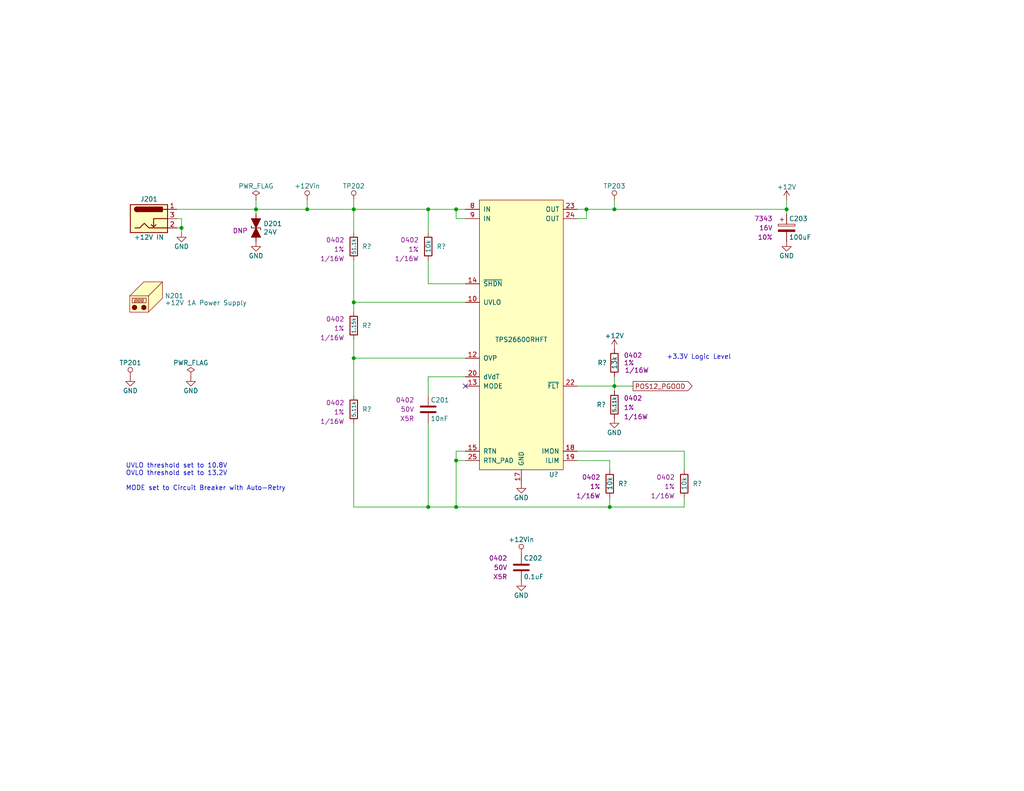
<source format=kicad_sch>
(kicad_sch (version 20230121) (generator eeschema)
  (paper "A")
  (title_block (title "Stopwatch") (date "2024-01-11") (rev "A") (company "Drew Maatman"))
  (lib_symbols
    (symbol "Connector:Barrel_Jack_Switch" (pin_names hide)
      (property "Reference" "J" (at 0 5.334 0))
      (property "Value" "Barrel_Jack_Switch" (at 0 -5.08 0))
      (symbol "Barrel_Jack_Switch_0_1"
        (rectangle (start -5.08 3.81) (end 5.08 -3.81) (stroke (width 0.254)) (fill (type background)))
        (arc (start -3.302 3.175) (mid -3.9343 2.54) (end -3.302 1.905) (stroke (width 0.254)))
        (arc (start -3.302 3.175) (mid -3.9343 2.54) (end -3.302 1.905) (stroke (width 0.254)) (fill (type outline)))
        (polyline (pts (xy 1.27 -2.286) (xy 1.905 -1.651)) (stroke (width 0.254)))
        (polyline (pts (xy 5.08 2.54) (xy 3.81 2.54)) (stroke (width 0.254)))
        (polyline (pts (xy 5.08 0) (xy 1.27 0) (xy 1.27 -2.286) (xy 0.635 -1.651)) (stroke (width 0.254)))
        (polyline (pts (xy -3.81 -2.54) (xy -2.54 -2.54) (xy -1.27 -1.27) (xy 0 -2.54) (xy 2.54 -2.54) (xy 5.08 -2.54)) (stroke (width 0.254)))
        (rectangle (start 3.683 3.175) (end -3.302 1.905) (stroke (width 0.254)) (fill (type outline)))
      )
      (symbol "Barrel_Jack_Switch_1_1"
        (pin passive line (at 7.62 2.54 180) (length 2.54) (name "~") (number "1"))
        (pin passive line (at 7.62 -2.54 180) (length 2.54) (name "~") (number "2"))
        (pin passive line (at 7.62 0 180) (length 2.54) (name "~") (number "3"))
      )
    )
    (symbol "Custom_Library:+12Vin" (power) (pin_names (offset 0))
      (property "Value" "+12Vin" (at 0 3.81 0))
      (symbol "+12Vin_0_1"
        (polyline (pts (xy 0 0) (xy 0 1.27)))
        (circle (center 0 1.905) (radius 0.635))
      )
      (symbol "+12Vin_1_1"
        (pin power_in line (at 0 0 90) (length 0) hide (name "+12Vin") (number "1"))
      )
    )
    (symbol "Custom_Library:CP_Tant_Custom" (pin_numbers hide) (pin_names (offset 0.254))
      (property "Reference" "C" (at 0.635 2.54 0))
      (property "Value" "CP_Tant_Custom" (at 0.635 -2.54 0))
      (property "display_footprint" "Foot" (at -3.81 2.54 0))
      (property "Voltage" "V" (at -3.81 0 0))
      (property "Tolerance" "Tol" (at -3.81 -2.54 0))
      (symbol "CP_Tant_Custom_0_1"
        (rectangle (start -2.286 0.508) (end -2.286 1.016))
        (rectangle (start -2.286 0.508) (end 2.286 0.508))
        (polyline (pts (xy -1.778 2.286) (xy -0.762 2.286)))
        (polyline (pts (xy -1.27 2.794) (xy -1.27 1.778)))
        (rectangle (start 2.286 -0.508) (end -2.286 -1.016) (fill (type outline)))
        (rectangle (start 2.286 1.016) (end -2.286 1.016))
        (rectangle (start 2.286 1.016) (end 2.286 0.508))
      )
      (symbol "CP_Tant_Custom_1_1"
        (pin passive line (at 0 3.81 270) (length 2.794) (name "~") (number "1"))
        (pin passive line (at 0 -3.81 90) (length 2.794) (name "~") (number "2"))
      )
    )
    (symbol "Custom_Library:C_Custom" (pin_numbers hide) (pin_names (offset 0.254))
      (property "Reference" "C" (at 0.635 2.54 0))
      (property "Value" "C_Custom" (at 0.635 -2.54 0))
      (property "display_footprint" "Foot" (at -3.81 2.54 0))
      (property "Voltage" "V" (at -3.81 0 0))
      (property "Dielectric" "Er" (at -3.81 -2.54 0))
      (symbol "C_Custom_0_1"
        (polyline (pts (xy -2.032 -0.762) (xy 2.032 -0.762)) (stroke (width 0.508)))
        (polyline (pts (xy -2.032 0.762) (xy 2.032 0.762)) (stroke (width 0.508)))
      )
      (symbol "C_Custom_1_1"
        (pin passive line (at 0 3.81 270) (length 2.794) (name "~") (number "1"))
        (pin passive line (at 0 -3.81 90) (length 2.794) (name "~") (number "2"))
      )
    )
    (symbol "Custom_Library:R_Custom" (pin_numbers hide) (pin_names (offset 1.016) hide)
      (property "Reference" "R" (at -2.54 0 90))
      (property "Value" "R_Custom" (at 0 0 90))
      (property "display_footprint" "Foot" (at 2.54 0 90))
      (property "Tolerance" "Tol" (at 5.08 0 90))
      (property "Wattage" "W" (at 7.62 0 90))
      (symbol "R_Custom_0_1"
        (rectangle (start 1.016 2.54) (end -1.016 -2.54) (stroke (width 0.254)))
      )
      (symbol "R_Custom_1_1"
        (pin passive line (at 0 3.81 270) (length 1.27) (name "1") (number "1"))
        (pin passive line (at 0 -3.81 90) (length 1.27) (name "2") (number "2"))
      )
    )
    (symbol "Custom_Library:TP" (pin_numbers hide) (pin_names (offset 0) hide)
      (property "Reference" "TP" (at 0 3.81 0))
      (symbol "TP_0_1"
        (polyline (pts (xy 0 0) (xy 0 1.27)))
        (circle (center 0 1.905) (radius 0.635))
      )
      (symbol "TP_1_1"
        (pin passive line (at 0 0 90) (length 0) (name "TP") (number "1"))
      )
    )
    (symbol "Custom_Library:TP_Pad" (pin_numbers hide) (pin_names (offset 0) hide)
      (property "Reference" "TP" (at 0 3.81 0))
      (symbol "TP_Pad_0_1"
        (polyline (pts (xy 0 0) (xy 0 1.27)))
        (circle (center 0 1.905) (radius 0.635))
      )
      (symbol "TP_Pad_1_1"
        (pin passive line (at 0 0 90) (length 0) (name "TP") (number "1"))
      )
    )
    (symbol "Incrementor-rescue:D_TVS_ALT-Device" (pin_numbers hide) (pin_names (offset 1.016) hide)
      (property "Reference" "D" (at 0 2.54 0))
      (property "Value" "Device_D_TVS_ALT" (at 0 -2.54 0))
      (symbol "D_TVS_ALT-Device_0_1"
        (polyline (pts (xy 1.27 0) (xy -1.27 0)))
        (polyline (pts (xy -2.54 -1.27) (xy 0 0) (xy -2.54 1.27) (xy -2.54 -1.27)) (stroke (width 0.2032)) (fill (type outline)))
        (polyline (pts (xy 0.508 1.27) (xy 0 1.27) (xy 0 -1.27) (xy -0.508 -1.27)) (stroke (width 0.2032)))
        (polyline (pts (xy 2.54 1.27) (xy 2.54 -1.27) (xy 0 0) (xy 2.54 1.27)) (stroke (width 0.2032)) (fill (type outline)))
      )
      (symbol "D_TVS_ALT-Device_1_1"
        (pin passive line (at -3.81 0 0) (length 2.54) (name "A1") (number "1"))
        (pin passive line (at 3.81 0 180) (length 2.54) (name "A2") (number "2"))
      )
    )
    (symbol "Incrementor-rescue:TPS26600RHFT-Custom_Library" (pin_names (offset 1.016))
      (property "Reference" "U" (at 10.16 -36.83 0))
      (property "Value" "Custom_Library_TPS26600RHFT" (at 0 0 0))
      (symbol "TPS26600RHFT-Custom_Library_0_1"
        (rectangle (start -11.43 38.1) (end 11.43 -35.56) (fill (type background)))
      )
      (symbol "TPS26600RHFT-Custom_Library_1_1"
        (pin no_connect line (at 15.24 -16.51 180) (length 3.81) hide (name "NC") (number "1"))
        (pin passive line (at -15.24 10.16 0) (length 3.81) (name "UVLO") (number "10"))
        (pin no_connect line (at 15.24 -25.4 180) (length 3.81) hide (name "NC") (number "11"))
        (pin no_connect line (at 15.24 -27.94 180) (length 3.81) hide (name "NC") (number "12"))
        (pin passive line (at -15.24 -5.08 0) (length 3.81) (name "OVP") (number "12"))
        (pin passive line (at -15.24 -12.7 0) (length 3.81) (name "MODE") (number "13"))
        (pin input line (at -15.24 15.24 0) (length 3.81) (name "~{SHDN}") (number "14"))
        (pin passive line (at -15.24 -30.48 0) (length 3.81) (name "RTN") (number "15"))
        (pin no_connect line (at 15.24 -26.67 180) (length 3.81) hide (name "NC") (number "16"))
        (pin power_in line (at 0 -39.37 90) (length 3.81) (name "GND") (number "17"))
        (pin passive line (at 15.24 -30.48 180) (length 3.81) (name "IMON") (number "18"))
        (pin passive line (at 15.24 -33.02 180) (length 3.81) (name "ILIM") (number "19"))
        (pin no_connect line (at 15.24 -17.78 180) (length 3.81) hide (name "NC") (number "2"))
        (pin passive line (at -15.24 -10.16 0) (length 3.81) (name "dVdT") (number "20"))
        (pin open_collector line (at 15.24 -12.7 180) (length 3.81) (name "~{FLT}") (number "22"))
        (pin power_out line (at 15.24 35.56 180) (length 3.81) (name "OUT") (number "23"))
        (pin power_out line (at 15.24 33.02 180) (length 3.81) (name "OUT") (number "24"))
        (pin passive line (at -15.24 -33.02 0) (length 3.81) (name "RTN_PAD") (number "25"))
        (pin no_connect line (at 15.24 -19.05 180) (length 3.81) hide (name "NC") (number "3"))
        (pin no_connect line (at 15.24 -21.59 180) (length 3.81) hide (name "NC") (number "4"))
        (pin no_connect line (at 15.24 -20.32 180) (length 3.81) hide (name "NC") (number "5"))
        (pin no_connect line (at 15.24 -22.86 180) (length 3.81) hide (name "NC") (number "6"))
        (pin no_connect line (at 15.24 -24.13 180) (length 3.81) hide (name "NC") (number "7"))
        (pin power_in line (at -15.24 35.56 0) (length 3.81) (name "IN") (number "8"))
        (pin power_in line (at -15.24 33.02 0) (length 3.81) (name "IN") (number "9"))
      )
    )
    (symbol "Mechanical:Housing" (pin_names (offset 1.016))
      (property "Reference" "N" (at 3.81 0 0))
      (property "Value" "Housing" (at 3.81 -1.905 0))
      (symbol "Housing_0_1"
        (rectangle (start -5.08 -0.635) (end -1.27 -1.905))
        (circle (center -4.445 -3.175) (radius 0.635) (fill (type outline)))
        (circle (center -1.905 -3.175) (radius 0.635) (fill (type outline)))
        (polyline (pts (xy -4.5212 -1.5748) (xy -4.4704 -1.3716)))
        (polyline (pts (xy -4.4196 -1.6764) (xy -4.064 -1.6764)))
        (polyline (pts (xy -4.4196 -1.2192) (xy -4.3688 -0.9652)))
        (polyline (pts (xy -4.318 -1.3208) (xy -4.0132 -1.3208)))
        (polyline (pts (xy -4.2164 -0.9144) (xy -3.9116 -0.9144)))
        (polyline (pts (xy -3.9116 -1.6256) (xy -3.8608 -1.3716)))
        (polyline (pts (xy -3.81 -1.2192) (xy -3.7592 -0.9652)))
        (polyline (pts (xy -3.6068 -1.5748) (xy -3.556 -1.3716)))
        (polyline (pts (xy -3.5052 -1.6764) (xy -3.1496 -1.6764)))
        (polyline (pts (xy -3.5052 -1.2192) (xy -3.4544 -0.9652)))
        (polyline (pts (xy -3.4036 -1.3208) (xy -3.0988 -1.3208)))
        (polyline (pts (xy -3.302 -0.9144) (xy -2.9972 -0.9144)))
        (polyline (pts (xy -2.9972 -1.6256) (xy -2.9464 -1.3716)))
        (polyline (pts (xy -2.8956 -1.2192) (xy -2.8448 -0.9652)))
        (polyline (pts (xy -2.6924 -1.5748) (xy -2.6416 -1.3716)))
        (polyline (pts (xy -2.5908 -1.6764) (xy -2.2352 -1.6764)))
        (polyline (pts (xy -2.5908 -1.2192) (xy -2.54 -0.9652)))
        (polyline (pts (xy -2.4892 -1.3208) (xy -2.1844 -1.3208)))
        (polyline (pts (xy -2.3876 -0.9144) (xy -2.0828 -0.9144)))
        (polyline (pts (xy -2.0828 -1.6256) (xy -2.032 -1.3716)))
        (polyline (pts (xy -1.9812 -1.2192) (xy -1.9304 -0.9652)))
        (polyline (pts (xy -0.635 0) (xy -0.635 -4.445)))
        (polyline (pts (xy -5.715 0) (xy -0.635 0) (xy 3.175 3.81)))
        (polyline (pts (xy -5.715 0) (xy -5.715 -4.445) (xy -0.635 -4.445) (xy 3.175 -0.635) (xy 3.175 3.81) (xy -1.905 3.81) (xy -5.715 0)) (fill (type background)))
      )
    )
    (symbol "power:+12V" (power) (pin_names (offset 0))
      (property "Value" "+12V" (at 0 3.556 0))
      (symbol "+12V_0_1"
        (polyline (pts (xy -0.762 1.27) (xy 0 2.54)))
        (polyline (pts (xy 0 0) (xy 0 2.54)))
        (polyline (pts (xy 0 2.54) (xy 0.762 1.27)))
      )
      (symbol "+12V_1_1"
        (pin power_in line (at 0 0 90) (length 0) hide (name "+12V") (number "1"))
      )
    )
    (symbol "power:GND" (power) (pin_names (offset 0))
      (property "Value" "GND" (at 0 -3.81 0))
      (symbol "GND_0_1"
        (polyline (pts (xy 0 0) (xy 0 -1.27) (xy 1.27 -1.27) (xy 0 -2.54) (xy -1.27 -1.27) (xy 0 -1.27)))
      )
      (symbol "GND_1_1"
        (pin power_in line (at 0 0 270) (length 0) hide (name "GND") (number "1"))
      )
    )
    (symbol "power:PWR_FLAG" (power) (pin_numbers hide) (pin_names (offset 0) hide)
      (property "Value" "PWR_FLAG" (at 0 3.81 0))
      (symbol "PWR_FLAG_0_0"
        (pin power_out line (at 0 0 90) (length 0) (name "pwr") (number "1"))
      )
      (symbol "PWR_FLAG_0_1"
        (polyline (pts (xy 0 0) (xy 0 1.27) (xy -1.016 1.905) (xy 0 2.54) (xy 1.016 1.905) (xy 0 1.27)))
      )
    )
  )
  (junction (at 160.02 57.15))
  (junction (at 124.46 57.15))
  (junction (at 96.52 97.79))
  (junction (at 83.82 57.15))
  (junction (at 116.84 138.43))
  (junction (at 167.64 57.15))
  (junction (at 96.52 57.15))
  (junction (at 49.53 62.23))
  (junction (at 167.64 105.41))
  (junction (at 96.52 82.55))
  (junction (at 124.46 125.73))
  (junction (at 166.37 138.43))
  (junction (at 214.63 57.15))
  (junction (at 69.85 57.15))
  (junction (at 116.84 57.15))
  (junction (at 124.46 138.43))
  (no_connect (at 127 105.41))
  (wire (pts (xy 124.46 123.19) (xy 124.46 125.73)))
  (wire (pts (xy 127 82.55) (xy 96.52 82.55)))
  (wire (pts (xy 49.53 63.5) (xy 49.53 62.23)))
  (wire (pts (xy 124.46 125.73) (xy 127 125.73)))
  (wire (pts (xy 96.52 57.15) (xy 83.82 57.15)))
  (wire (pts (xy 96.52 71.12) (xy 96.52 82.55)))
  (wire (pts (xy 127 59.69) (xy 124.46 59.69)))
  (wire (pts (xy 186.69 135.89) (xy 186.69 138.43)))
  (wire (pts (xy 116.84 77.47) (xy 116.84 71.12)))
  (wire (pts (xy 127 123.19) (xy 124.46 123.19)))
  (wire (pts (xy 69.85 54.61) (xy 69.85 57.15)))
  (wire (pts (xy 124.46 57.15) (xy 116.84 57.15)))
  (wire (pts (xy 160.02 57.15) (xy 157.48 57.15)))
  (wire (pts (xy 186.69 128.27) (xy 186.69 123.19)))
  (wire (pts (xy 69.85 58.42) (xy 69.85 57.15)))
  (wire (pts (xy 167.64 106.68) (xy 167.64 105.41)))
  (wire (pts (xy 96.52 82.55) (xy 96.52 85.09)))
  (wire (pts (xy 49.53 62.23) (xy 48.26 62.23)))
  (wire (pts (xy 116.84 102.87) (xy 127 102.87)))
  (wire (pts (xy 49.53 62.23) (xy 49.53 59.69)))
  (wire (pts (xy 83.82 57.15) (xy 69.85 57.15)))
  (wire (pts (xy 96.52 63.5) (xy 96.52 57.15)))
  (wire (pts (xy 186.69 123.19) (xy 157.48 123.19)))
  (wire (pts (xy 166.37 138.43) (xy 124.46 138.43)))
  (wire (pts (xy 186.69 138.43) (xy 166.37 138.43)))
  (wire (pts (xy 127 97.79) (xy 96.52 97.79)))
  (wire (pts (xy 116.84 115.57) (xy 116.84 138.43)))
  (wire (pts (xy 116.84 63.5) (xy 116.84 57.15)))
  (wire (pts (xy 96.52 115.57) (xy 96.52 138.43)))
  (wire (pts (xy 127 77.47) (xy 116.84 77.47)))
  (wire (pts (xy 83.82 54.61) (xy 83.82 57.15)))
  (wire (pts (xy 96.52 138.43) (xy 116.84 138.43)))
  (wire (pts (xy 167.64 54.61) (xy 167.64 57.15)))
  (wire (pts (xy 167.64 57.15) (xy 214.63 57.15)))
  (wire (pts (xy 214.63 54.61) (xy 214.63 57.15)))
  (wire (pts (xy 157.48 59.69) (xy 160.02 59.69)))
  (wire (pts (xy 166.37 135.89) (xy 166.37 138.43)))
  (wire (pts (xy 49.53 59.69) (xy 48.26 59.69)))
  (wire (pts (xy 124.46 138.43) (xy 124.46 125.73)))
  (wire (pts (xy 167.64 105.41) (xy 167.64 102.87)))
  (wire (pts (xy 214.63 58.42) (xy 214.63 57.15)))
  (wire (pts (xy 166.37 125.73) (xy 157.48 125.73)))
  (wire (pts (xy 96.52 97.79) (xy 96.52 92.71)))
  (wire (pts (xy 116.84 138.43) (xy 124.46 138.43)))
  (wire (pts (xy 116.84 57.15) (xy 96.52 57.15)))
  (wire (pts (xy 172.72 105.41) (xy 167.64 105.41)))
  (wire (pts (xy 166.37 128.27) (xy 166.37 125.73)))
  (wire (pts (xy 96.52 54.61) (xy 96.52 57.15)))
  (wire (pts (xy 127 57.15) (xy 124.46 57.15)))
  (wire (pts (xy 157.48 105.41) (xy 167.64 105.41)))
  (wire (pts (xy 116.84 107.95) (xy 116.84 102.87)))
  (wire (pts (xy 124.46 59.69) (xy 124.46 57.15)))
  (wire (pts (xy 48.26 57.15) (xy 69.85 57.15)))
  (wire (pts (xy 96.52 107.95) (xy 96.52 97.79)))
  (wire (pts (xy 160.02 59.69) (xy 160.02 57.15)))
  (wire (pts (xy 167.64 57.15) (xy 160.02 57.15)))
  (text "+3.3V Logic Level" (at 181.864 98.298 0) (effects (font (size 1.27 1.27)) (justify left bottom)))
  (text "UVLO threshold set to 10.8V\nOVLO threshold set to 13.2V\n\nMODE set to Circuit Breaker with Auto-Retry" (at 34.29 134.112 0) (effects (font (size 1.27 1.27)) (justify left bottom)))
  (global_label "POS12_PGOOD" (shape output) (at 172.72 105.41 0) (property "Intersheetrefs" "${INTERSHEET_REFS}" (effects hide)))
  (symbol (lib_id "Custom_Library:C_Custom") (at 142.24 154.94 0) (unit 1)
    (property "Reference" "C202" (at 142.875 152.4 0) (effects (justify left)))
    (property "Value" "0.1uF" (at 142.875 157.48 0) (effects (justify left)))
    (property "Footprint" "Capacitors_SMD:C_0402" (effects hide))
    (property "display_footprint" "0402" (at 138.43 152.4 0) (effects (justify right)))
    (property "Voltage" "50V" (at 138.43 154.94 0) (effects (justify right)))
    (property "Dielectric" "X5R" (at 138.43 157.48 0) (effects (justify right)))
    (property "Digi-Key PN" "490-10697-1-ND" (effects hide))
  )
  (symbol (lib_id "power:GND") (at 142.24 158.75 0) (unit 1)
    (property "Reference" "#PWR0208" (effects hide))
    (property "Value" "GND" (at 142.24 162.56 0))
  )
  (symbol (lib_id "Custom_Library:+12Vin") (at 83.82 54.61 0) (unit 1)
    (property "Reference" "#PWR0205" (effects hide))
    (property "Value" "+12Vin" (at 83.82 50.8 0))
  )
  (symbol (lib_id "Custom_Library:+12Vin") (at 142.24 151.13 0) (unit 1)
    (property "Reference" "#PWR0207" (effects hide))
    (property "Value" "+12Vin" (at 142.24 147.32 0))
  )
  (symbol (lib_id "Custom_Library:CP_Tant_Custom") (at 214.63 62.23 0) (unit 1)
    (property "Reference" "C203" (at 215.265 59.69 0) (effects (justify left)))
    (property "Value" "100uF" (at 215.265 64.77 0) (effects (justify left)))
    (property "Footprint" "Capacitor_Tantalum_SMD:CP_EIA-7343-43_Kemet-X" (effects hide))
    (property "Digi-Key PN" "718-1102-1-ND" (effects hide))
    (property "display_footprint" "7343" (at 210.82 59.69 0) (effects (justify right)))
    (property "Voltage" "16V" (at 210.82 62.23 0) (effects (justify right)))
    (property "Tolerance" "10%" (at 210.82 64.77 0) (effects (justify right)))
  )
  (symbol (lib_id "power:GND") (at 214.63 66.04 0) (unit 1)
    (property "Reference" "#PWR0212" (effects hide))
    (property "Value" "GND" (at 214.63 69.85 0))
  )
  (symbol (lib_id "power:+12V") (at 214.63 54.61 0) (unit 1)
    (property "Reference" "#PWR0211" (effects hide))
    (property "Value" "+12V" (at 214.63 51.054 0))
  )
  (symbol (lib_id "power:GND") (at 52.07 102.87 0) (unit 1)
    (property "Reference" "#PWR0203" (effects hide))
    (property "Value" "GND" (at 52.07 106.68 0))
  )
  (symbol (lib_id "power:PWR_FLAG") (at 52.07 102.87 0) (unit 1)
    (property "Reference" "#FLG0201" (effects hide))
    (property "Value" "PWR_FLAG" (at 52.07 99.06 0))
  )
  (symbol (lib_id "power:PWR_FLAG") (at 69.85 54.61 0) (unit 1)
    (property "Reference" "#FLG0202" (effects hide))
    (property "Value" "PWR_FLAG" (at 69.85 50.8 0))
  )
  (symbol (lib_id "Incrementor-rescue:D_TVS_ALT-Device") (at 69.85 62.23 270) (unit 1)
    (property "Reference" "D201" (at 71.8566 61.0616 90) (effects (justify left)))
    (property "Value" "24V" (at 71.8566 63.373 90) (effects (justify left)))
    (property "Footprint" "Diodes_SMD:D_SMA" (effects hide))
    (property "Digi-Key PN" "SMAJ24CALFCT-ND" (effects hide))
    (property "Config" "DNP" (at 65.532 62.992 90))
  )
  (symbol (lib_id "power:GND") (at 69.85 66.04 0) (unit 1)
    (property "Reference" "#PWR0204" (effects hide))
    (property "Value" "GND" (at 69.85 69.85 0))
  )
  (symbol (lib_id "Connector:Barrel_Jack_Switch") (at 40.64 59.69 0) (unit 1)
    (property "Reference" "J201" (at 40.64 54.356 0))
    (property "Value" "+12V IN" (at 40.64 64.77 0))
    (property "Footprint" "Connectors:BARREL_JACK" (effects hide))
    (property "Digi-Key PN" "CP-202BH-ND" (effects hide))
  )
  (symbol (lib_id "power:GND") (at 49.53 63.5 0) (unit 1)
    (property "Reference" "#PWR0202" (effects hide))
    (property "Value" "GND" (at 49.53 67.31 0))
  )
  (symbol (lib_id "Incrementor-rescue:TPS26600RHFT-Custom_Library") (at 142.24 92.71 0) (unit 1)
    (property "Reference" "U?" (at 152.4 129.54 0) (effects (justify right)))
    (property "Value" "TPS26600RHFT" (at 142.24 92.71 0))
    (property "Footprint" "Housings_DFN_QFN:QFN-24-1EP_4x5mm_Pitch0.5mm" (effects hide))
    (property "Datasheet" "http://www.ti.com/lit/ds/symlink/tps2660.pdf" (effects hide))
    (property "Digi-Key PN" "296-45478-1-ND" (effects hide))
    (instances (project "Stopwatch" (path "" (reference "U?") (unit 1)) (path "" (reference "U201") (unit 1))))
  )
  (symbol (lib_id "power:GND") (at 142.24 132.08 0) (unit 1)
    (property "Reference" "#PWR0206" (effects hide))
    (property "Value" "GND" (at 142.24 135.89 0))
  )
  (symbol (lib_id "Custom_Library:R_Custom") (at 96.52 88.9 0) (mirror y) (unit 1)
    (property "Reference" "R?" (at 98.806 88.9 0) (effects (justify right)))
    (property "Value" "1.15k" (at 96.52 88.9 90) (effects (font (size 1.016 1.016))))
    (property "Footprint" "Resistors_SMD:R_0402" (effects hide))
    (property "display_footprint" "0402" (at 93.98 87.122 0) (effects (justify left)))
    (property "Tolerance" "1%" (at 93.98 89.662 0) (effects (justify left)))
    (property "Wattage" "1/16W" (at 93.98 92.202 0) (effects (justify left)))
    (property "Digi-Key PN" "RMCF0402FT1K15CT-ND" (effects hide))
    (instances (project "Stopwatch" (path "" (reference "R?") (unit 1)) (path "" (reference "R?") (unit 1)) (path "" (reference "R202") (unit 1))))
  )
  (symbol (lib_id "Custom_Library:R_Custom") (at 96.52 67.31 0) (mirror y) (unit 1)
    (property "Reference" "R?" (at 98.806 67.31 0) (effects (justify right)))
    (property "Value" "51.1k" (at 96.52 67.31 90) (effects (font (size 1.016 1.016))))
    (property "Footprint" "Resistors_SMD:R_0402" (effects hide))
    (property "display_footprint" "0402" (at 93.98 65.532 0) (effects (justify left)))
    (property "Tolerance" "1%" (at 93.98 68.072 0) (effects (justify left)))
    (property "Wattage" "1/16W" (at 93.98 70.612 0) (effects (justify left)))
    (property "Digi-Key PN" "RMCF0402FT51K1CT-ND" (effects hide))
    (instances (project "Stopwatch" (path "" (reference "R?") (unit 1)) (path "" (reference "R?") (unit 1)) (path "" (reference "R201") (unit 1))))
  )
  (symbol (lib_id "Custom_Library:R_Custom") (at 96.52 111.76 0) (mirror y) (unit 1)
    (property "Reference" "R?" (at 98.806 111.76 0) (effects (justify right)))
    (property "Value" "5.11k" (at 96.52 111.76 90) (effects (font (size 1.016 1.016))))
    (property "Footprint" "Resistors_SMD:R_0402" (effects hide))
    (property "display_footprint" "0402" (at 93.98 109.982 0) (effects (justify left)))
    (property "Tolerance" "1%" (at 93.98 112.522 0) (effects (justify left)))
    (property "Wattage" "1/16W" (at 93.98 115.062 0) (effects (justify left)))
    (property "Digi-Key PN" "RMCF0402FT5K11CT-ND" (effects hide))
    (instances (project "Stopwatch" (path "" (reference "R?") (unit 1)) (path "" (reference "R?") (unit 1)) (path "" (reference "R203") (unit 1))))
  )
  (symbol (lib_id "Custom_Library:R_Custom") (at 116.84 67.31 0) (mirror y) (unit 1)
    (property "Reference" "R?" (at 119.126 67.31 0) (effects (justify right)))
    (property "Value" "10k" (at 116.84 69.088 90) (effects (justify left)))
    (property "Footprint" "Resistors_SMD:R_0402" (effects hide))
    (property "display_footprint" "0402" (at 114.3 65.532 0) (effects (justify left)))
    (property "Tolerance" "1%" (at 114.3 68.072 0) (effects (justify left)))
    (property "Wattage" "1/16W" (at 114.3 70.612 0) (effects (justify left)))
    (property "Digi-Key PN" "RMCF0402FT10K0CT-ND" (effects hide))
    (instances (project "Stopwatch" (path "" (reference "R?") (unit 1)) (path "" (reference "R?") (unit 1)) (path "" (reference "R204") (unit 1))))
  )
  (symbol (lib_id "Custom_Library:TP_Pad") (at 167.64 54.61 0) (unit 1)
    (property "Reference" "TP203" (at 167.64 50.8 0))
    (property "Value" "TP_Pad" (effects hide))
    (property "Footprint" "Custom Footprints Library:Test_Point" (effects hide))
  )
  (symbol (lib_id "Custom_Library:TP_Pad") (at 96.52 54.61 0) (unit 1)
    (property "Reference" "TP202" (at 96.52 50.8 0))
    (property "Value" "TP_Pad" (effects hide))
    (property "Footprint" "Custom Footprints Library:Test_Point" (effects hide))
  )
  (symbol (lib_id "Custom_Library:TP") (at 35.56 102.87 0) (unit 1)
    (property "Reference" "TP201" (at 35.56 99.06 0))
    (property "Value" "TP" (effects hide))
    (property "Footprint" "Connector_PinHeader_2.54mm:PinHeader_1x01_P2.54mm_Horizontal" (effects hide))
  )
  (symbol (lib_id "power:GND") (at 35.56 102.87 0) (unit 1)
    (property "Reference" "#PWR0201" (effects hide))
    (property "Value" "GND" (at 35.56 106.68 0))
  )
  (symbol (lib_id "Custom_Library:C_Custom") (at 116.84 111.76 0) (unit 1)
    (property "Reference" "C201" (at 117.475 109.22 0) (effects (justify left)))
    (property "Value" "10nF" (at 117.475 114.3 0) (effects (justify left)))
    (property "Footprint" "Capacitors_SMD:C_0402" (effects hide))
    (property "display_footprint" "0402" (at 113.03 109.22 0) (effects (justify right)))
    (property "Voltage" "50V" (at 113.03 111.76 0) (effects (justify right)))
    (property "Dielectric" "X5R" (at 113.03 114.3 0) (effects (justify right)))
    (property "Digi-Key PN" "445-12201-1-ND" (effects hide))
  )
  (symbol (lib_id "Mechanical:Housing") (at 41.148 80.772 0) (unit 1)
    (property "Reference" "N201" (at 44.958 80.772 0) (effects (justify left)))
    (property "Value" "+12V 1A Power Supply" (at 44.958 82.677 0) (effects (justify left)))
    (property "Digi-Key PN" "993-1335-ND" (effects hide))
  )
  (symbol (lib_id "Custom_Library:R_Custom") (at 167.64 99.06 0) (unit 1)
    (property "Reference" "R?" (at 165.608 99.06 0) (effects (justify right)))
    (property "Value" "13k" (at 167.64 99.06 90))
    (property "Footprint" "Resistors_SMD:R_0402" (effects hide))
    (property "display_footprint" "0402" (at 170.18 97.028 0) (effects (justify left)))
    (property "Tolerance" "1%" (at 170.18 99.06 0) (effects (justify left)))
    (property "Wattage" "1/16W" (at 170.434 101.092 0) (effects (justify left)))
    (property "Digi-Key PN" "RMCF0402FT13K0CT-ND" (effects hide))
    (instances (project "Thermal_Camera" (path "" (reference "R?") (unit 1))) (project "Analog_Clock" (path "" (reference "R?") (unit 1)) (path "" (reference "R?") (unit 1)) (path "" (reference "R?") (unit 1)) (path "" (reference "R?") (unit 1)) (path "" (reference "R?") (unit 1)) (path "" (reference "R?") (unit 1)) (path "" (reference "R?") (unit 1)) (path "" (reference "R?") (unit 1)) (path "" (reference "R?") (unit 1)) (path "" (reference "R?") (unit 1)) (path "" (reference "R?") (unit 1)) (path "" (reference "R?") (unit 1))) (project "Stopwatch" (path "" (reference "R206") (unit 1))) (project "USB_Hub" (path "" (reference "R?") (unit 1))))
  )
  (symbol (lib_id "Custom_Library:R_Custom") (at 167.64 110.49 0) (unit 1)
    (property "Reference" "R?" (at 165.354 110.49 0) (effects (justify right)))
    (property "Value" "5.11k" (at 167.64 110.49 90) (effects (font (size 1.016 1.016))))
    (property "Footprint" "Resistors_SMD:R_0402" (effects hide))
    (property "display_footprint" "0402" (at 170.18 108.712 0) (effects (justify left)))
    (property "Tolerance" "1%" (at 170.18 111.252 0) (effects (justify left)))
    (property "Wattage" "1/16W" (at 170.18 113.792 0) (effects (justify left)))
    (property "Digi-Key PN" "RMCF0402FT5K11CT-ND" (effects hide))
    (instances (project "Stopwatch" (path "" (reference "R?") (unit 1)) (path "" (reference "R?") (unit 1)) (path "" (reference "R207") (unit 1))))
  )
  (symbol (lib_id "Custom_Library:R_Custom") (at 186.69 132.08 0) (mirror y) (unit 1)
    (property "Reference" "R?" (at 188.976 132.08 0) (effects (justify right)))
    (property "Value" "10k" (at 186.69 133.858 90) (effects (justify left)))
    (property "Footprint" "Resistors_SMD:R_0402" (effects hide))
    (property "display_footprint" "0402" (at 184.15 130.302 0) (effects (justify left)))
    (property "Tolerance" "1%" (at 184.15 132.842 0) (effects (justify left)))
    (property "Wattage" "1/16W" (at 184.15 135.382 0) (effects (justify left)))
    (property "Digi-Key PN" "RMCF0402FT10K0CT-ND" (effects hide))
    (instances (project "Stopwatch" (path "" (reference "R?") (unit 1)) (path "" (reference "R?") (unit 1)) (path "" (reference "R208") (unit 1))))
  )
  (symbol (lib_id "Custom_Library:R_Custom") (at 166.37 132.08 0) (mirror y) (unit 1)
    (property "Reference" "R?" (at 168.656 132.08 0) (effects (justify right)))
    (property "Value" "10k" (at 166.37 133.858 90) (effects (justify left)))
    (property "Footprint" "Resistors_SMD:R_0402" (effects hide))
    (property "display_footprint" "0402" (at 163.83 130.302 0) (effects (justify left)))
    (property "Tolerance" "1%" (at 163.83 132.842 0) (effects (justify left)))
    (property "Wattage" "1/16W" (at 163.83 135.382 0) (effects (justify left)))
    (property "Digi-Key PN" "RMCF0402FT10K0CT-ND" (effects hide))
    (instances (project "Stopwatch" (path "" (reference "R?") (unit 1)) (path "" (reference "R?") (unit 1)) (path "" (reference "R205") (unit 1))))
  )
  (symbol (lib_id "power:+12V") (at 167.64 95.25 0) (unit 1)
    (property "Reference" "#PWR?" (effects hide))
    (property "Value" "+12V" (at 167.64 91.694 0))
    (instances (project "Thermal_Camera" (path "" (reference "#PWR?") (unit 1))) (project "Analog_Clock" (path "" (reference "#PWR?") (unit 1))) (project "Stopwatch" (path "" (reference "#PWR0209") (unit 1))) (project "USB_Hub" (path "" (reference "#PWR?") (unit 1))))
  )
  (symbol (lib_id "power:GND") (at 167.64 114.3 0) (unit 1)
    (property "Reference" "#PWR?" (effects hide))
    (property "Value" "GND" (at 167.64 118.11 0))
    (instances (project "Thermal_Camera" (path "" (reference "#PWR?") (unit 1))) (project "Analog_Clock" (path "" (reference "#PWR?") (unit 1))) (project "Stopwatch" (path "" (reference "#PWR0210") (unit 1))) (project "USB_Hub" (path "" (reference "#PWR?") (unit 1))))
  )
)
</source>
